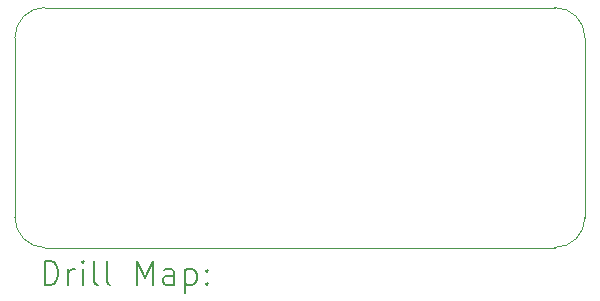
<source format=gbr>
%TF.GenerationSoftware,KiCad,Pcbnew,(6.0.9)*%
%TF.CreationDate,2023-01-24T15:10:45+02:00*%
%TF.ProjectId,cc1101,63633131-3031-42e6-9b69-6361645f7063,rev?*%
%TF.SameCoordinates,Original*%
%TF.FileFunction,Drillmap*%
%TF.FilePolarity,Positive*%
%FSLAX45Y45*%
G04 Gerber Fmt 4.5, Leading zero omitted, Abs format (unit mm)*
G04 Created by KiCad (PCBNEW (6.0.9)) date 2023-01-24 15:10:45*
%MOMM*%
%LPD*%
G01*
G04 APERTURE LIST*
%ADD10C,0.100000*%
%ADD11C,0.200000*%
G04 APERTURE END LIST*
D10*
X13970000Y-12446000D02*
G75*
G03*
X13716000Y-12192000I-254000J0D01*
G01*
X13716000Y-14224000D02*
G75*
G03*
X13970000Y-13970000I0J254000D01*
G01*
X9144000Y-13970000D02*
G75*
G03*
X9398000Y-14224000I254000J0D01*
G01*
X9398000Y-12192000D02*
G75*
G03*
X9144000Y-12446000I0J-254000D01*
G01*
X13716000Y-12192000D02*
X9398000Y-12192000D01*
X13970000Y-13970000D02*
X13970000Y-12446000D01*
X9398000Y-14224000D02*
X13716000Y-14224000D01*
X9144000Y-12446000D02*
X9144000Y-13970000D01*
D11*
X9396619Y-14539476D02*
X9396619Y-14339476D01*
X9444238Y-14339476D01*
X9472810Y-14349000D01*
X9491857Y-14368048D01*
X9501381Y-14387095D01*
X9510905Y-14425190D01*
X9510905Y-14453762D01*
X9501381Y-14491857D01*
X9491857Y-14510905D01*
X9472810Y-14529952D01*
X9444238Y-14539476D01*
X9396619Y-14539476D01*
X9596619Y-14539476D02*
X9596619Y-14406143D01*
X9596619Y-14444238D02*
X9606143Y-14425190D01*
X9615667Y-14415667D01*
X9634714Y-14406143D01*
X9653762Y-14406143D01*
X9720429Y-14539476D02*
X9720429Y-14406143D01*
X9720429Y-14339476D02*
X9710905Y-14349000D01*
X9720429Y-14358524D01*
X9729952Y-14349000D01*
X9720429Y-14339476D01*
X9720429Y-14358524D01*
X9844238Y-14539476D02*
X9825190Y-14529952D01*
X9815667Y-14510905D01*
X9815667Y-14339476D01*
X9949000Y-14539476D02*
X9929952Y-14529952D01*
X9920429Y-14510905D01*
X9920429Y-14339476D01*
X10177571Y-14539476D02*
X10177571Y-14339476D01*
X10244238Y-14482333D01*
X10310905Y-14339476D01*
X10310905Y-14539476D01*
X10491857Y-14539476D02*
X10491857Y-14434714D01*
X10482333Y-14415667D01*
X10463286Y-14406143D01*
X10425190Y-14406143D01*
X10406143Y-14415667D01*
X10491857Y-14529952D02*
X10472810Y-14539476D01*
X10425190Y-14539476D01*
X10406143Y-14529952D01*
X10396619Y-14510905D01*
X10396619Y-14491857D01*
X10406143Y-14472809D01*
X10425190Y-14463286D01*
X10472810Y-14463286D01*
X10491857Y-14453762D01*
X10587095Y-14406143D02*
X10587095Y-14606143D01*
X10587095Y-14415667D02*
X10606143Y-14406143D01*
X10644238Y-14406143D01*
X10663286Y-14415667D01*
X10672810Y-14425190D01*
X10682333Y-14444238D01*
X10682333Y-14501381D01*
X10672810Y-14520428D01*
X10663286Y-14529952D01*
X10644238Y-14539476D01*
X10606143Y-14539476D01*
X10587095Y-14529952D01*
X10768048Y-14520428D02*
X10777571Y-14529952D01*
X10768048Y-14539476D01*
X10758524Y-14529952D01*
X10768048Y-14520428D01*
X10768048Y-14539476D01*
X10768048Y-14415667D02*
X10777571Y-14425190D01*
X10768048Y-14434714D01*
X10758524Y-14425190D01*
X10768048Y-14415667D01*
X10768048Y-14434714D01*
M02*

</source>
